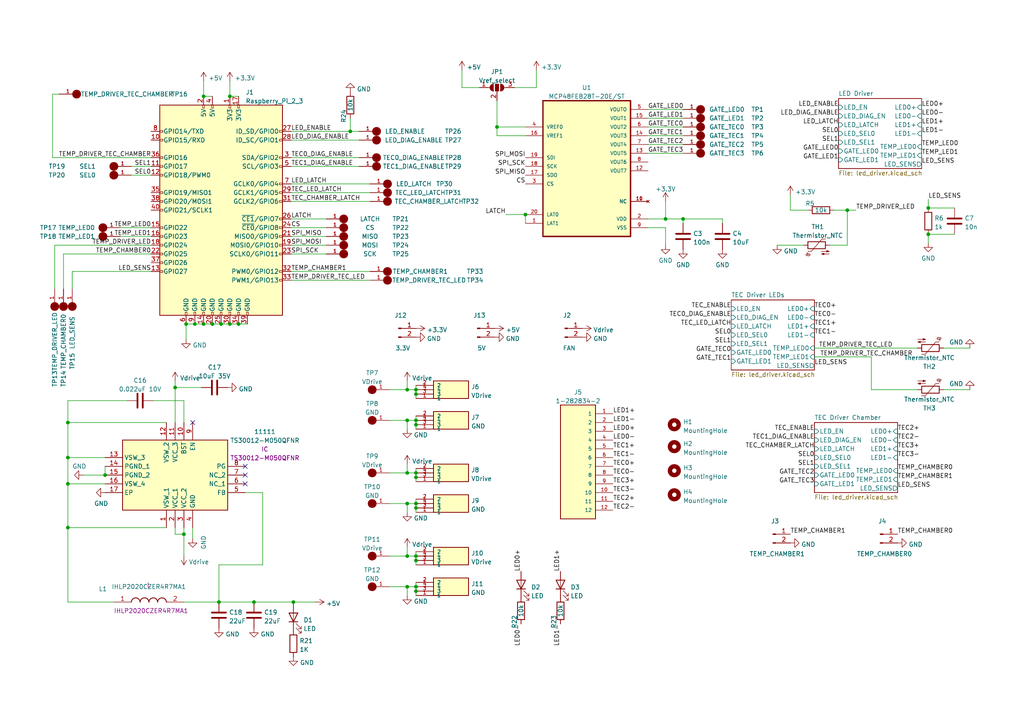
<source format=kicad_sch>
(kicad_sch (version 20211123) (generator eeschema)
  (paper "A4")
  (junction (at 120.65 146.05))
  (junction (at 73.66 174.625))
  (junction (at 245.745 60.96))
  (junction (at 59.055 27.94))
  (junction (at 59.055 93.98))
  (junction (at 120.65 114.3))
  (junction (at 118.11 137.16))
  (junction (at 85.09 174.625))
  (junction (at 118.11 113.03))
  (junction (at 120.65 137.16))
  (junction (at 198.12 63.5))
  (junction (at 56.515 93.98))
  (junction (at 120.65 113.03))
  (junction (at 118.11 161.29))
  (junction (at 101.6 38.1))
  (junction (at 120.65 162.56))
  (junction (at 61.595 93.98))
  (junction (at 120.65 123.19))
  (junction (at 69.215 93.98))
  (junction (at 118.11 121.92))
  (junction (at 152.4 62.23))
  (junction (at 144.145 36.83))
  (junction (at 19.685 122.555))
  (junction (at 19.685 132.715))
  (junction (at 53.34 154.94))
  (junction (at 30.48 137.795))
  (junction (at 66.675 27.94))
  (junction (at 19.685 153.035))
  (junction (at 53.975 93.98))
  (junction (at 269.24 67.945))
  (junction (at 50.8 112.395))
  (junction (at 120.65 121.92))
  (junction (at 193.04 63.5))
  (junction (at 64.135 93.98))
  (junction (at 19.685 140.335))
  (junction (at 66.675 93.98))
  (junction (at 269.24 60.325))
  (junction (at 120.65 161.29))
  (junction (at 120.65 171.45))
  (junction (at 118.11 146.05))
  (junction (at 120.65 170.18))
  (junction (at 120.65 147.32))
  (junction (at 118.11 170.18))
  (junction (at 63.5 174.625))
  (junction (at 120.65 138.43))
  (no_connect (at 71.12 137.795))
  (no_connect (at 55.88 122.555))
  (no_connect (at 71.12 140.335))
  (no_connect (at 71.12 135.255))
  (wire (pts (xy 118.11 113.03) (xy 120.65 113.03)))
  (wire (pts (xy 18.415 83.82) (xy 18.415 73.66)))
  (wire (pts (xy 66.675 93.98) (xy 69.215 93.98)))
  (wire (pts (xy 146.685 62.23) (xy 152.4 62.23)))
  (wire (pts (xy 50.8 112.395) (xy 50.8 122.555)))
  (wire (pts (xy 149.225 25.4) (xy 155.575 25.4)))
  (wire (pts (xy 120.65 171.45) (xy 120.65 172.72)))
  (wire (pts (xy 144.145 36.83) (xy 144.145 29.21)))
  (wire (pts (xy 64.135 93.98) (xy 66.675 93.98)))
  (wire (pts (xy 19.685 153.035) (xy 19.685 174.625)))
  (wire (pts (xy 101.6 34.29) (xy 101.6 38.1)))
  (wire (pts (xy 84.455 40.64) (xy 104.14 40.64)))
  (wire (pts (xy 44.45 116.205) (xy 53.34 116.205)))
  (wire (pts (xy 120.65 144.78) (xy 120.65 146.05)))
  (wire (pts (xy 15.24 27.305) (xy 17.145 27.305)))
  (wire (pts (xy 252.73 113.03) (xy 266.065 113.03)))
  (wire (pts (xy 120.65 138.43) (xy 120.65 139.7)))
  (wire (pts (xy 113.03 170.18) (xy 118.11 170.18)))
  (wire (pts (xy 76.2 163.83) (xy 76.2 142.875)))
  (wire (pts (xy 120.65 137.16) (xy 120.65 138.43)))
  (wire (pts (xy 236.22 100.965) (xy 266.065 100.965)))
  (wire (pts (xy 69.215 93.98) (xy 71.755 93.98)))
  (wire (pts (xy 53.34 153.035) (xy 53.34 154.94)))
  (wire (pts (xy 43.815 78.74) (xy 20.955 78.74)))
  (wire (pts (xy 19.685 140.335) (xy 30.48 140.335)))
  (wire (pts (xy 53.34 154.94) (xy 50.8 154.94)))
  (wire (pts (xy 73.66 174.625) (xy 85.09 174.625)))
  (wire (pts (xy 118.11 170.18) (xy 118.11 172.72)))
  (wire (pts (xy 59.055 27.94) (xy 61.595 27.94)))
  (wire (pts (xy 120.65 113.03) (xy 120.65 114.3)))
  (wire (pts (xy 269.24 57.785) (xy 269.24 60.325)))
  (wire (pts (xy 53.975 93.98) (xy 56.515 93.98)))
  (wire (pts (xy 152.4 39.37) (xy 144.145 39.37)))
  (wire (pts (xy 120.65 162.56) (xy 120.65 163.83)))
  (wire (pts (xy 50.8 110.49) (xy 50.8 112.395)))
  (wire (pts (xy 120.65 168.91) (xy 120.65 170.18)))
  (wire (pts (xy 20.955 78.74) (xy 20.955 83.82)))
  (wire (pts (xy 43.815 71.12) (xy 15.875 71.12)))
  (wire (pts (xy 120.65 146.05) (xy 118.11 146.05)))
  (wire (pts (xy 19.685 122.555) (xy 48.26 122.555)))
  (wire (pts (xy 139.065 25.4) (xy 133.985 25.4)))
  (wire (pts (xy 187.96 63.5) (xy 193.04 63.5)))
  (wire (pts (xy 193.04 63.5) (xy 193.04 58.42)))
  (wire (pts (xy 269.24 67.945) (xy 276.86 67.945)))
  (wire (pts (xy 85.09 174.625) (xy 91.44 174.625)))
  (wire (pts (xy 84.455 68.58) (xy 94.615 68.58)))
  (wire (pts (xy 53.975 98.425) (xy 53.975 93.98)))
  (wire (pts (xy 30.48 132.715) (xy 19.685 132.715)))
  (wire (pts (xy 84.455 55.88) (xy 107.315 55.88)))
  (wire (pts (xy 281.305 100.965) (xy 273.685 100.965)))
  (wire (pts (xy 84.455 58.42) (xy 107.315 58.42)))
  (wire (pts (xy 38.1 50.8) (xy 43.815 50.8)))
  (wire (pts (xy 187.96 41.91) (xy 198.12 41.91)))
  (wire (pts (xy 209.55 64.77) (xy 209.55 63.5)))
  (wire (pts (xy 50.8 154.94) (xy 50.8 153.035)))
  (wire (pts (xy 84.455 71.12) (xy 94.615 71.12)))
  (wire (pts (xy 120.65 161.29) (xy 120.65 162.56)))
  (wire (pts (xy 113.03 146.05) (xy 118.11 146.05)))
  (wire (pts (xy 19.685 140.335) (xy 19.685 153.035)))
  (wire (pts (xy 61.595 93.98) (xy 64.135 93.98)))
  (wire (pts (xy 120.65 120.65) (xy 120.65 121.92)))
  (wire (pts (xy 245.745 60.96) (xy 248.285 60.96)))
  (wire (pts (xy 187.96 31.75) (xy 198.12 31.75)))
  (wire (pts (xy 53.34 116.205) (xy 53.34 122.555)))
  (wire (pts (xy 133.985 25.4) (xy 133.985 20.32)))
  (wire (pts (xy 281.305 113.03) (xy 273.685 113.03)))
  (wire (pts (xy 225.425 71.12) (xy 233.045 71.12)))
  (wire (pts (xy 234.315 60.96) (xy 229.235 60.96)))
  (wire (pts (xy 252.73 103.505) (xy 236.22 103.505)))
  (wire (pts (xy 76.2 142.875) (xy 71.12 142.875)))
  (wire (pts (xy 187.96 34.29) (xy 198.12 34.29)))
  (wire (pts (xy 84.455 38.1) (xy 101.6 38.1)))
  (wire (pts (xy 84.455 81.28) (xy 107.315 81.28)))
  (wire (pts (xy 34.925 68.58) (xy 43.815 68.58)))
  (wire (pts (xy 66.675 23.495) (xy 66.675 27.94)))
  (wire (pts (xy 252.73 113.03) (xy 252.73 103.505)))
  (wire (pts (xy 120.65 111.76) (xy 120.65 113.03)))
  (wire (pts (xy 120.65 135.89) (xy 120.65 137.16)))
  (wire (pts (xy 113.03 121.92) (xy 118.11 121.92)))
  (wire (pts (xy 245.745 71.12) (xy 245.745 60.96)))
  (wire (pts (xy 50.8 112.395) (xy 58.42 112.395)))
  (wire (pts (xy 59.055 93.98) (xy 61.595 93.98)))
  (wire (pts (xy 187.96 44.45) (xy 198.12 44.45)))
  (wire (pts (xy 43.815 45.72) (xy 15.24 45.72)))
  (wire (pts (xy 59.055 23.495) (xy 59.055 27.94)))
  (wire (pts (xy 113.03 161.29) (xy 118.11 161.29)))
  (wire (pts (xy 36.83 116.205) (xy 19.685 116.205)))
  (wire (pts (xy 85.09 174.625) (xy 85.09 175.26)))
  (wire (pts (xy 120.65 146.05) (xy 120.65 147.32)))
  (wire (pts (xy 19.685 174.625) (xy 33.02 174.625)))
  (wire (pts (xy 198.12 63.5) (xy 209.55 63.5)))
  (wire (pts (xy 55.88 153.035) (xy 55.88 156.21)))
  (wire (pts (xy 30.48 135.255) (xy 30.48 137.795)))
  (wire (pts (xy 118.11 137.16) (xy 118.11 134.62)))
  (wire (pts (xy 241.935 60.96) (xy 245.745 60.96)))
  (wire (pts (xy 101.6 38.1) (xy 104.14 38.1)))
  (wire (pts (xy 120.65 121.92) (xy 118.11 121.92)))
  (wire (pts (xy 187.96 66.04) (xy 193.04 66.04)))
  (wire (pts (xy 155.575 25.4) (xy 155.575 20.32)))
  (wire (pts (xy 198.12 63.5) (xy 198.12 64.77)))
  (wire (pts (xy 38.1 48.26) (xy 43.815 48.26)))
  (wire (pts (xy 84.455 45.72) (xy 104.14 45.72)))
  (wire (pts (xy 118.11 161.29) (xy 118.11 158.75)))
  (wire (pts (xy 269.24 60.325) (xy 276.86 60.325)))
  (wire (pts (xy 15.24 45.72) (xy 15.24 27.305)))
  (wire (pts (xy 187.96 36.83) (xy 198.12 36.83)))
  (wire (pts (xy 63.5 174.625) (xy 63.5 163.83)))
  (wire (pts (xy 118.11 161.29) (xy 120.65 161.29)))
  (wire (pts (xy 120.65 147.32) (xy 120.65 148.59)))
  (wire (pts (xy 113.03 137.16) (xy 118.11 137.16)))
  (wire (pts (xy 120.65 170.18) (xy 120.65 171.45)))
  (wire (pts (xy 229.235 60.96) (xy 229.235 56.515)))
  (wire (pts (xy 34.925 66.04) (xy 43.815 66.04)))
  (wire (pts (xy 152.4 64.77) (xy 152.4 62.23)))
  (wire (pts (xy 19.685 153.035) (xy 48.26 153.035)))
  (wire (pts (xy 19.685 116.205) (xy 19.685 122.555)))
  (wire (pts (xy 53.34 154.94) (xy 53.34 161.29)))
  (wire (pts (xy 19.685 132.715) (xy 19.685 140.335)))
  (wire (pts (xy 56.515 93.98) (xy 59.055 93.98)))
  (wire (pts (xy 269.24 70.485) (xy 269.24 67.945)))
  (wire (pts (xy 120.65 121.92) (xy 120.65 123.19)))
  (wire (pts (xy 118.11 121.92) (xy 118.11 124.46)))
  (wire (pts (xy 118.11 146.05) (xy 118.11 148.59)))
  (wire (pts (xy 187.96 39.37) (xy 198.12 39.37)))
  (wire (pts (xy 118.11 137.16) (xy 120.65 137.16)))
  (wire (pts (xy 53.34 174.625) (xy 63.5 174.625)))
  (wire (pts (xy 118.11 113.03) (xy 118.11 110.49)))
  (wire (pts (xy 152.4 36.83) (xy 144.145 36.83)))
  (wire (pts (xy 84.455 66.04) (xy 94.615 66.04)))
  (wire (pts (xy 120.65 123.19) (xy 120.65 124.46)))
  (wire (pts (xy 84.455 63.5) (xy 94.615 63.5)))
  (wire (pts (xy 240.665 71.12) (xy 245.745 71.12)))
  (wire (pts (xy 84.455 78.74) (xy 107.315 78.74)))
  (wire (pts (xy 19.685 122.555) (xy 19.685 132.715)))
  (wire (pts (xy 84.455 53.34) (xy 107.315 53.34)))
  (wire (pts (xy 24.13 137.795) (xy 30.48 137.795)))
  (wire (pts (xy 84.455 48.26) (xy 104.14 48.26)))
  (wire (pts (xy 144.145 39.37) (xy 144.145 36.83)))
  (wire (pts (xy 15.875 71.12) (xy 15.875 83.82)))
  (wire (pts (xy 18.415 73.66) (xy 43.815 73.66)))
  (wire (pts (xy 84.455 73.66) (xy 94.615 73.66)))
  (wire (pts (xy 113.03 113.03) (xy 118.11 113.03)))
  (wire (pts (xy 63.5 174.625) (xy 73.66 174.625)))
  (wire (pts (xy 120.65 114.3) (xy 120.65 115.57)))
  (wire (pts (xy 63.5 163.83) (xy 76.2 163.83)))
  (wire (pts (xy 69.215 27.94) (xy 66.675 27.94)))
  (wire (pts (xy 193.04 66.04) (xy 193.04 71.12)))
  (wire (pts (xy 120.65 160.02) (xy 120.65 161.29)))
  (wire (pts (xy 120.65 170.18) (xy 118.11 170.18)))
  (wire (pts (xy 193.04 63.5) (xy 198.12 63.5)))
  (label "LED1-" (at 162.56 180.975 270))
  (label "GATE_TEC1" (at 187.96 39.37 0))
  (label "TEMP_DRIVER_TEC_LED" (at 237.49 100.965 0))
  (label "TEC_LED_LATCH" (at 212.09 94.615 180))
  (label "LED1-" (at 177.8 122.555 0))
  (label "TEC1_DIAG_ENABLE" (at 236.22 127.635 180))
  (label "LED0-" (at 177.8 127.635 0))
  (label "TEC0+" (at 177.8 135.255 0))
  (label "GATE_LED0" (at 243.205 43.815 180))
  (label "SEL1" (at 212.09 99.695 180))
  (label "LED0+" (at 267.335 31.115 0))
  (label "TEC0-" (at 236.22 92.075 0))
  (label "LED0-" (at 151.13 180.975 270))
  (label "GATE_TEC2" (at 236.22 137.795 180))
  (label "TEC_LED_LATCH" (at 84.455 55.88 0))
  (label "TEMP_CHAMBER1" (at 84.455 78.74 0))
  (label "TEMP_LED0" (at 43.815 66.04 180))
  (label "SEL0" (at 212.09 97.155 180))
  (label "LED1-" (at 267.335 38.735 0))
  (label "LED_LATCH" (at 84.455 53.34 0))
  (label "TEMP_CHAMBER0" (at 260.35 136.525 0))
  (label "SPI_MISO" (at 84.455 68.58 0))
  (label "TEMP_DRIVER_LED" (at 248.285 60.96 0))
  (label "SPI_MISO" (at 152.4 50.8 180))
  (label "TEC_CHAMBER_LATCH" (at 236.22 130.175 180))
  (label "TEMP_LED1" (at 43.815 68.58 180))
  (label "TEMP_DRIVER_TEC_CHAMBER" (at 43.815 45.72 180))
  (label "TEC2+" (at 177.8 145.415 0))
  (label "TEC0_DIAG_ENABLE" (at 84.455 45.72 0))
  (label "LED_SENS" (at 43.815 78.74 180))
  (label "LED_LATCH" (at 243.205 36.195 180))
  (label "LED1+" (at 267.335 36.195 0))
  (label "TEC3+" (at 260.35 130.175 0))
  (label "TEC2+" (at 260.35 125.095 0))
  (label "TEC1+" (at 177.8 130.175 0))
  (label "LED_DIAG_ENABLE" (at 243.205 33.655 180))
  (label "TEC1-" (at 236.22 97.155 0))
  (label "TEC_CHAMBER_LATCH" (at 84.455 58.42 0))
  (label "TEMP_LED0" (at 267.335 42.545 0))
  (label "TEMP_CHAMBER1" (at 260.35 139.065 0))
  (label "TEMP_DRIVER_LED" (at 43.815 71.12 180))
  (label "SPI_SCK" (at 84.455 73.66 0))
  (label "LED_SENS" (at 269.24 57.785 0))
  (label "TEC3+" (at 177.8 140.335 0))
  (label "TEMP_CHAMBER1" (at 229.235 154.94 0))
  (label "TEC2-" (at 177.8 147.955 0))
  (label "TEC0-" (at 177.8 137.795 0))
  (label "LED1+" (at 177.8 120.015 0))
  (label "SEL0" (at 43.815 50.8 180))
  (label "LED_SENS" (at 267.335 47.625 0))
  (label "LED0+" (at 177.8 125.095 0))
  (label "TEMP_DRIVER_TEC_CHAMBER" (at 237.871 103.505 0))
  (label "TEC1-" (at 177.8 132.715 0))
  (label "TEC3-" (at 177.8 142.875 0))
  (label "TEC1+" (at 236.22 94.615 0))
  (label "TEC_ENABLE" (at 236.22 125.095 180))
  (label "SPI_MOSI" (at 84.455 71.12 0))
  (label "LED_ENABLE" (at 84.455 38.1 0))
  (label "TEMP_LED1" (at 267.335 45.085 0))
  (label "TEC0_DIAG_ENABLE" (at 212.09 92.075 180))
  (label "CS" (at 84.455 66.04 0))
  (label "GATE_TEC0" (at 187.96 36.83 0))
  (label "LED_SENS" (at 236.22 106.045 0))
  (label "TEMP_CHAMBER0" (at 260.35 154.94 0))
  (label "TEC1_DIAG_ENABLE" (at 84.455 48.26 0))
  (label "GATE_TEC3" (at 187.96 44.45 0))
  (label "GATE_TEC2" (at 187.96 41.91 0))
  (label "SPI_SCK" (at 152.4 48.26 180))
  (label "GATE_TEC1" (at 212.09 104.775 180))
  (label "GATE_TEC3" (at 236.22 140.335 180))
  (label "SEL1" (at 43.815 48.26 180))
  (label "LATCH" (at 84.455 63.5 0))
  (label "LATCH" (at 146.685 62.23 180))
  (label "SEL1" (at 243.205 41.275 180))
  (label "TEC_ENABLE" (at 212.09 89.535 180))
  (label "LED_ENABLE" (at 243.205 31.115 180))
  (label "SEL1" (at 236.22 135.255 180))
  (label "SEL0" (at 236.22 132.715 180))
  (label "TEC0+" (at 236.22 89.535 0))
  (label "GATE_LED1" (at 187.96 34.29 0))
  (label "LED0+" (at 151.13 165.735 90))
  (label "GATE_LED1" (at 243.205 46.355 180))
  (label "LED0-" (at 267.335 33.655 0))
  (label "LED1+" (at 162.56 165.735 90))
  (label "GATE_TEC0" (at 212.09 102.235 180))
  (label "TEMP_DRIVER_TEC_LED" (at 84.455 81.28 0))
  (label "TEC3-" (at 260.35 132.715 0))
  (label "CS" (at 152.4 53.34 180))
  (label "LED_DIAG_ENABLE" (at 84.455 40.64 0))
  (label "TEMP_CHAMBER0" (at 43.815 73.66 180))
  (label "LED_SENS" (at 260.35 141.605 0))
  (label "GATE_LED0" (at 187.96 31.75 0))
  (label "TEC2-" (at 260.35 127.635 0))
  (label "SPI_MOSI" (at 152.4 45.72 180))
  (label "SEL0" (at 243.205 38.735 180))
  (symbol (lib_id "Device:C") (at 40.64 116.205 90) (unit 1)
    (property "Reference" "C16" (at 40.64 110.3462 90))
    (property "Value" "0.022uF 10V" (at 40.64 112.8831 90))
    (property "Footprint" "Capacitor_SMD:C_0603_1608Metric_Pad1.08x0.95mm_HandSolder" (effects hide))
  )
  (symbol (lib_id "power:GND") (at 260.35 157.48 90) (unit 1)
    (property "Reference" "#PWR0101" (effects hide))
    (property "Value" "GND" (at 263.525 157.9138 90) (effects (justify right)))
  )
  (symbol (lib_id "power:GND") (at 63.5 182.245 0) (unit 1)
    (property "Reference" "#PWR0167" (effects hide))
    (property "Value" "GND" (at 65.405 183.9488 0) (effects (justify left)))
  )
  (symbol (lib_id "power:GND") (at 193.04 71.12 0) (unit 1)
    (property "Reference" "#PWR0128" (effects hide))
    (property "Value" "GND" (at 193.04 75.5634 0))
  )
  (symbol (lib_id "Jumper:SolderJumper_3_Open") (at 144.145 25.4 0) (unit 1)
    (property "Reference" "JP1" (at 144.145 20.8112 0))
    (property "Value" "Vref_select" (at 144.145 23.3481 0))
    (property "Footprint" "Jumper:SolderJumper-3_P1.3mm_Open_RoundedPad1.0x1.5mm_NumberLabels" (effects hide))
  )
  (symbol (lib_id "Device:C") (at 198.12 68.58 0) (unit 1)
    (property "Reference" "C3" (at 201.041 67.7453 0) (effects (justify left)))
    (property "Value" "100n" (at 201.041 70.2822 0) (effects (justify left)))
    (property "Footprint" "Capacitor_SMD:C_0603_1608Metric_Pad1.08x0.95mm_HandSolder" (effects hide))
  )
  (symbol (lib_id "RCWCTE:RCWCTE") (at 99.695 66.04 0) (unit 1)
    (property "Reference" "TP22" (at 116.205 66.04 0))
    (property "Value" "CS" (at 107.315 66.04 0))
    (property "Footprint" "custom_lib:TP420X150" (effects hide))
    (property "PARTREV" "1/06/14" (effects hide))
    (property "SNAPEDA_PN" "RCWCTE" (effects hide))
    (property "MANUFACTURER" "KOA Speer" (effects hide))
    (property "MAXIMUM_PACKAGE_HEIGHT" "2 mm" (effects hide))
    (property "STANDARD" "Manufacturer Recommendations" (effects hide))
  )
  (symbol (lib_id "Mechanical:MountingHole") (at 195.58 129.54 0) (unit 1)
    (property "Reference" "H2" (at 198.12 128.7053 0) (effects (justify left)))
    (property "Value" "MountingHole" (at 198.12 131.2422 0) (effects (justify left)))
    (property "Footprint" "MountingHole:MountingHole_3.2mm_M3" (effects hide))
  )
  (symbol (lib_id "Mechanical:MountingHole") (at 195.58 136.525 0) (unit 1)
    (property "Reference" "H3" (at 198.12 135.6903 0) (effects (justify left)))
    (property "Value" "MountingHole" (at 198.12 138.2272 0) (effects (justify left)))
    (property "Footprint" "MountingHole:MountingHole_3.2mm_M3" (effects hide))
  )
  (symbol (lib_id "power:GND") (at 85.09 190.5 0) (unit 1)
    (property "Reference" "#PWR0127" (effects hide))
    (property "Value" "GND" (at 86.995 192.2038 0) (effects (justify left)))
  )
  (symbol (lib_id "RCWCTE:RCWCTE") (at 29.845 66.04 180) (unit 1)
    (property "Reference" "TP17" (at 13.97 66.04 0))
    (property "Value" "TEMP_LED0" (at 22.225 66.04 0))
    (property "Footprint" "custom_lib:TP420X150" (effects hide))
    (property "PARTREV" "1/06/14" (effects hide))
    (property "SNAPEDA_PN" "RCWCTE" (effects hide))
    (property "MANUFACTURER" "KOA Speer" (effects hide))
    (property "MAXIMUM_PACKAGE_HEIGHT" "2 mm" (effects hide))
    (property "STANDARD" "Manufacturer Recommendations" (effects hide))
  )
  (symbol (lib_id "power:GND") (at 143.51 97.79 90) (unit 1)
    (property "Reference" "#PWR0171" (effects hide))
    (property "Value" "GND" (at 146.685 98.2238 90) (effects (justify right)))
  )
  (symbol (lib_id "RCWCTE:RCWCTE") (at 107.95 161.29 180) (unit 1)
    (property "Reference" "TP11" (at 107.95 156.4472 0))
    (property "Value" "VDrive" (at 107.95 158.9841 0))
    (property "Footprint" "custom_lib:TP420X150" (effects hide))
    (property "PARTREV" "1/06/14" (effects hide))
    (property "SNAPEDA_PN" "RCWCTE" (effects hide))
    (property "MANUFACTURER" "KOA Speer" (effects hide))
    (property "MAXIMUM_PACKAGE_HEIGHT" "2 mm" (effects hide))
    (property "STANDARD" "Manufacturer Recommendations" (effects hide))
  )
  (symbol (lib_id "power:Vdrive") (at 118.11 158.75 0) (unit 1)
    (property "Reference" "#PWR0157" (effects hide))
    (property "Value" "Vdrive" (at 119.507 157.9138 0) (effects (justify left)))
  )
  (symbol (lib_id "Connector:Conn_01x02_Male") (at 224.155 154.94 0) (unit 1)
    (property "Reference" "J3" (at 224.79 151.164 0))
    (property "Value" "TEMP_CHAMBER1" (at 225.425 160.655 0))
    (property "Footprint" "Connector_PinSocket_2.54mm:PinSocket_2x01_P2.54mm_Vertical" (effects hide))
  )
  (symbol (lib_id "Device:C") (at 63.5 178.435 180) (unit 1)
    (property "Reference" "C18" (at 66.421 177.6003 0) (effects (justify right)))
    (property "Value" "22uF" (at 66.421 180.1372 0) (effects (justify right)))
    (property "Footprint" "Capacitor_SMD:C_0805_2012Metric_Pad1.18x1.45mm_HandSolder" (effects hide))
  )
  (symbol (lib_id "power:GND") (at 281.305 113.03 180) (unit 1)
    (property "Reference" "#PWR0159" (effects hide))
    (property "Value" "GND" (at 279.4 111.3262 0) (effects (justify left)))
  )
  (symbol (lib_id "1-282834-2:1-282834-2") (at 170.18 135.255 0) (unit 1)
    (property "Reference" "J5" (at 167.64 113.7752 0))
    (property "Value" "1-282834-2" (at 167.64 116.3121 0))
    (property "Footprint" "custom_lib:TE_1-282834-2" (effects hide))
    (property "Comment" "1-282834-2" (effects hide))
    (property "EU_RoHS_Compliance" "Compliant with Exemptions" (effects hide))
  )
  (symbol (lib_id "power:+5V") (at 143.51 95.25 270) (unit 1)
    (property "Reference" "#PWR0172" (effects hide))
    (property "Value" "+5V" (at 146.685 95.6838 90) (effects (justify left)))
  )
  (symbol (lib_id "power:GND") (at 118.11 172.72 0) (unit 1)
    (property "Reference" "#PWR0156" (effects hide))
    (property "Value" "GND" (at 120.015 174.4238 0) (effects (justify left)))
  )
  (symbol (lib_id "RCWCTE:RCWCTE") (at 107.95 113.03 180) (unit 1)
    (property "Reference" "TP7" (at 107.95 108.1872 0))
    (property "Value" "VDrive" (at 107.95 110.7241 0))
    (property "Footprint" "custom_lib:TP420X150" (effects hide))
    (property "PARTREV" "1/06/14" (effects hide))
    (property "SNAPEDA_PN" "RCWCTE" (effects hide))
    (property "MANUFACTURER" "KOA Speer" (effects hide))
    (property "MAXIMUM_PACKAGE_HEIGHT" "2 mm" (effects hide))
    (property "STANDARD" "Manufacturer Recommendations" (effects hide))
  )
  (symbol (lib_id "power:GND") (at 73.66 182.245 0) (unit 1)
    (property "Reference" "#PWR0166" (effects hide))
    (property "Value" "GND" (at 75.565 183.9488 0) (effects (justify left)))
  )
  (symbol (lib_id "power:+3.3V") (at 66.675 23.495 0) (unit 1)
    (property "Reference" "#PWR0120" (effects hide))
    (property "Value" "+3.3V" (at 68.072 22.6588 0) (effects (justify left)))
  )
  (symbol (lib_id "uven-mainboard-rescue:R-Device") (at 151.13 177.165 0) (unit 1)
    (property "Reference" "R22" (at 149.225 180.34 90))
    (property "Value" "10k" (at 151.13 177.165 90))
    (property "Footprint" "Resistor_SMD:R_0603_1608Metric_Pad0.98x0.95mm_HandSolder" (effects hide))
  )
  (symbol (lib_id "RCWCTE:RCWCTE") (at 29.845 68.58 180) (unit 1)
    (property "Reference" "TP18" (at 13.97 68.58 0))
    (property "Value" "TEMP_LED1" (at 22.225 68.58 0))
    (property "Footprint" "custom_lib:TP420X150" (effects hide))
    (property "PARTREV" "1/06/14" (effects hide))
    (property "SNAPEDA_PN" "RCWCTE" (effects hide))
    (property "MANUFACTURER" "KOA Speer" (effects hide))
    (property "MAXIMUM_PACKAGE_HEIGHT" "2 mm" (effects hide))
    (property "STANDARD" "Manufacturer Recommendations" (effects hide))
  )
  (symbol (lib_id "power:GND") (at 229.235 157.48 90) (unit 1)
    (property "Reference" "#PWR0102" (effects hide))
    (property "Value" "GND" (at 232.41 157.9138 90) (effects (justify right)))
  )
  (symbol (lib_id "power:Vdrive") (at 53.34 161.29 180) (unit 1)
    (property "Reference" "#PWR0168" (effects hide))
    (property "Value" "Vdrive" (at 54.737 162.9938 0) (effects (justify right)))
  )
  (symbol (lib_id "RCWCTE:RCWCTE") (at 99.695 71.12 0) (unit 1)
    (property "Reference" "TP24" (at 116.205 71.12 0))
    (property "Value" "MOSI" (at 107.315 71.12 0))
    (property "Footprint" "custom_lib:TP420X150" (effects hide))
    (property "PARTREV" "1/06/14" (effects hide))
    (property "SNAPEDA_PN" "RCWCTE" (effects hide))
    (property "MANUFACTURER" "KOA Speer" (effects hide))
    (property "MAXIMUM_PACKAGE_HEIGHT" "2 mm" (effects hide))
    (property "STANDARD" "Manufacturer Recommendations" (effects hide))
  )
  (symbol (lib_id "RCWCTE:RCWCTE") (at 109.22 45.72 0) (unit 1)
    (property "Reference" "TP28" (at 131.445 45.72 0))
    (property "Value" "TEC0_DIAG_ENABLE" (at 120.015 45.72 0))
    (property "Footprint" "custom_lib:TP420X150" (effects hide))
    (property "PARTREV" "1/06/14" (effects hide))
    (property "SNAPEDA_PN" "RCWCTE" (effects hide))
    (property "MANUFACTURER" "KOA Speer" (effects hide))
    (property "MAXIMUM_PACKAGE_HEIGHT" "2 mm" (effects hide))
    (property "STANDARD" "Manufacturer Recommendations" (effects hide))
  )
  (symbol (lib_id "Device:C") (at 73.66 178.435 180) (unit 1)
    (property "Reference" "C19" (at 76.581 177.6003 0) (effects (justify right)))
    (property "Value" "22uF" (at 76.581 180.1372 0) (effects (justify right)))
    (property "Footprint" "Capacitor_SMD:C_0805_2012Metric_Pad1.18x1.45mm_HandSolder" (effects hide))
  )
  (symbol (lib_id "power:Vdrive") (at 50.8 110.49 0) (unit 1)
    (property "Reference" "#PWR0162" (effects hide))
    (property "Value" "Vdrive" (at 52.197 109.6538 0) (effects (justify left)))
  )
  (symbol (lib_id "Connector:Raspberry_Pi_2_3") (at 64.135 60.96 0) (unit 1)
    (property "Reference" "J1" (at 71.2344 26.7802 0) (effects (justify left)))
    (property "Value" "Raspberry_Pi_2_3" (at 71.2344 29.3171 0) (effects (justify left)))
    (property "Footprint" "Connector_PinSocket_2.54mm:PinSocket_2x20_P2.54mm_Vertical" (effects hide))
    (property "Datasheet" "https://www.raspberrypi.org/documentation/hardware/raspberrypi/schematics/rpi_SCH_3bplus_1p0_reduced.pdf" (effects hide))
  )
  (symbol (lib_name "7767_3") (lib_id "7767:7767") (at 130.81 113.03 0) (unit 1)
    (property "Reference" "J6" (at 136.652 112.1953 0) (effects (justify left)))
    (property "Value" "VDrive" (at 136.652 114.7322 0) (effects (justify left)))
    (property "Footprint" "custom_lib:KEYSTONE_7767" (effects hide))
    (property "PARTREV" "B" (effects hide))
    (property "STANDARD" "Manufacturer Recommendations" (effects hide))
    (property "MAXIMUM_PACKAGE_HEIGHT" "6.56 mm" (effects hide))
    (property "MANUFACTURER" "Keystone Electronics" (effects hide))
  )
  (symbol (lib_id "uven-mainboard-rescue:R-Device") (at 101.6 30.48 0) (unit 1)
    (property "Reference" "R24" (at 99.695 33.655 90))
    (property "Value" "10k" (at 101.6 30.48 90))
    (property "Footprint" "Resistor_SMD:R_0603_1608Metric_Pad0.98x0.95mm_HandSolder" (effects hide))
  )
  (symbol (lib_id "power:GND") (at 101.6 26.67 180) (unit 1)
    (property "Reference" "#PWR0175" (effects hide))
    (property "Value" "GND" (at 103.505 25.8338 0) (effects (justify right)))
  )
  (symbol (lib_id "RCWCTE:RCWCTE") (at 203.2 41.91 0) (unit 1)
    (property "Reference" "TP5" (at 219.71 41.91 0))
    (property "Value" "GATE_TEC2" (at 210.82 41.91 0))
    (property "Footprint" "custom_lib:TP420X150" (effects hide))
    (property "PARTREV" "1/06/14" (effects hide))
    (property "SNAPEDA_PN" "RCWCTE" (effects hide))
    (property "MANUFACTURER" "KOA Speer" (effects hide))
    (property "MAXIMUM_PACKAGE_HEIGHT" "2 mm" (effects hide))
    (property "STANDARD" "Manufacturer Recommendations" (effects hide))
  )
  (symbol (lib_id "RCWCTE:RCWCTE") (at 99.695 68.58 0) (unit 1)
    (property "Reference" "TP23" (at 116.205 68.58 0))
    (property "Value" "MISO" (at 107.315 68.58 0))
    (property "Footprint" "custom_lib:TP420X150" (effects hide))
    (property "PARTREV" "1/06/14" (effects hide))
    (property "SNAPEDA_PN" "RCWCTE" (effects hide))
    (property "MANUFACTURER" "KOA Speer" (effects hide))
    (property "MAXIMUM_PACKAGE_HEIGHT" "2 mm" (effects hide))
    (property "STANDARD" "Manufacturer Recommendations" (effects hide))
  )
  (symbol (lib_id "7767:7767") (at 130.81 170.18 0) (unit 1)
    (property "Reference" "J11" (at 136.652 169.3453 0) (effects (justify left)))
    (property "Value" "GND" (at 136.652 171.8822 0) (effects (justify left)))
    (property "Footprint" "custom_lib:KEYSTONE_7767" (effects hide))
    (property "PARTREV" "B" (effects hide))
    (property "STANDARD" "Manufacturer Recommendations" (effects hide))
    (property "MAXIMUM_PACKAGE_HEIGHT" "6.56 mm" (effects hide))
    (property "MANUFACTURER" "Keystone Electronics" (effects hide))
  )
  (symbol (lib_id "power:+3.3V") (at 155.575 20.32 0) (unit 1)
    (property "Reference" "#PWR0123" (effects hide))
    (property "Value" "+3.3V" (at 156.972 19.4838 0) (effects (justify left)))
  )
  (symbol (lib_id "RCWCTE:RCWCTE") (at 18.415 88.9 270) (unit 1)
    (property "Reference" "TP14" (at 18.415 109.855 0))
    (property "Value" "TEMP_CHAMBER0" (at 18.415 99.06 0))
    (property "Footprint" "custom_lib:TP420X150" (effects hide))
    (property "PARTREV" "1/06/14" (effects hide))
    (property "SNAPEDA_PN" "RCWCTE" (effects hide))
    (property "MANUFACTURER" "KOA Speer" (effects hide))
    (property "MAXIMUM_PACKAGE_HEIGHT" "2 mm" (effects hide))
    (property "STANDARD" "Manufacturer Recommendations" (effects hide))
  )
  (symbol (lib_id "RCWCTE:RCWCTE") (at 109.22 38.1 0) (unit 1)
    (property "Reference" "TP26" (at 131.445 38.1 0))
    (property "Value" "LED_ENABLE" (at 117.475 38.1 0))
    (property "Footprint" "custom_lib:TP420X150" (effects hide))
    (property "PARTREV" "1/06/14" (effects hide))
    (property "SNAPEDA_PN" "RCWCTE" (effects hide))
    (property "MANUFACTURER" "KOA Speer" (effects hide))
    (property "MAXIMUM_PACKAGE_HEIGHT" "2 mm" (effects hide))
    (property "STANDARD" "Manufacturer Recommendations" (effects hide))
  )
  (symbol (lib_id "IHLP2020CZER4R7MA1:IHLP2020CZER4R7MA1") (at 33.02 174.625 0) (unit 1)
    (property "Reference" "L1" (at 29.845 170.815 0))
    (property "Value" "IHLP2020CZER4R7MA1" (at 43.18 170.18 0))
    (property "Footprint" "custom_lib:INDPM5552X300N" (effects hide))
    (property "Reference_1" "L" (at 43.18 169.7062 0))
    (property "Value_1" "IHLP2020CZER4R7MA1" (at 43.815 177.165 0))
    (property "Footprint_1" "INDPM5552X300N" (effects hide))
    (property "Datasheet_1" "https://www.vishay.com/docs/34563/ihlp-2020cz-8a.pdf" (effects hide))
    (property "Height" "3" (effects hide))
    (property "Mouser Part Number" "70-IHLP2020CZR4R7MA1" (effects hide))
    (property "Mouser Price/Stock" "https://www.mouser.co.uk/ProductDetail/Vishay-Dale/IHLP2020CZER4R7MA1?qs=7WPTxGwLQvX70xDwXm7aBw%3D%3D" (effects hide))
    (property "Manufacturer_Name" "Vishay" (effects hide))
    (property "Manufacturer_Part_Number" "IHLP2020CZER4R7MA1" (effects hide))
  )
  (symbol (lib_id "RCWCTE:RCWCTE") (at 112.395 53.34 0) (unit 1)
    (property "Reference" "TP30" (at 128.905 53.34 0))
    (property "Value" "LED_LATCH" (at 120.015 53.34 0))
    (property "Footprint" "custom_lib:TP420X150" (effects hide))
    (property "PARTREV" "1/06/14" (effects hide))
    (property "SNAPEDA_PN" "RCWCTE" (effects hide))
    (property "MANUFACTURER" "KOA Speer" (effects hide))
    (property "MAXIMUM_PACKAGE_HEIGHT" "2 mm" (effects hide))
    (property "STANDARD" "Manufacturer Recommendations" (effects hide))
  )
  (symbol (lib_id "Mechanical:MountingHole") (at 195.58 123.19 0) (unit 1)
    (property "Reference" "H1" (at 198.12 122.3553 0) (effects (justify left)))
    (property "Value" "MountingHole" (at 198.12 124.8922 0) (effects (justify left)))
    (property "Footprint" "MountingHole:MountingHole_3.2mm_M3" (effects hide))
  )
  (symbol (lib_id "power:GND") (at 198.12 72.39 0) (unit 1)
    (property "Reference" "#PWR0129" (effects hide))
    (property "Value" "GND" (at 198.12 76.8334 0))
  )
  (symbol (lib_id "power:GND") (at 55.88 156.21 0) (unit 1)
    (property "Reference" "#PWR0169" (effects hide))
    (property "Value" "GND" (at 59.055 159.385 90) (effects (justify left)))
  )
  (symbol (lib_id "power:GND") (at 120.65 97.79 90) (unit 1)
    (property "Reference" "#PWR0173" (effects hide))
    (property "Value" "GND" (at 123.825 98.2238 90) (effects (justify right)))
  )
  (symbol (lib_id "RCWCTE:RCWCTE") (at 203.2 34.29 0) (unit 1)
    (property "Reference" "TP2" (at 219.71 34.29 0))
    (property "Value" "GATE_LED1" (at 210.82 34.29 0))
    (property "Footprint" "custom_lib:TP420X150" (effects hide))
    (property "PARTREV" "1/06/14" (effects hide))
    (property "SNAPEDA_PN" "RCWCTE" (effects hide))
    (property "MANUFACTURER" "KOA Speer" (effects hide))
    (property "MAXIMUM_PACKAGE_HEIGHT" "2 mm" (effects hide))
    (property "STANDARD" "Manufacturer Recommendations" (effects hide))
  )
  (symbol (lib_id "Device:LED") (at 85.09 179.07 90) (unit 1)
    (property "Reference" "D1" (at 88.011 179.8228 90) (effects (justify right)))
    (property "Value" "LED" (at 88.011 182.3597 90) (effects (justify right)))
    (property "Footprint" "LED_SMD:LED_0603_1608Metric_Pad1.05x0.95mm_HandSolder" (effects hide))
  )
  (symbol (lib_id "RCWCTE:RCWCTE") (at 112.395 78.74 0) (unit 1)
    (property "Reference" "TP33" (at 137.795 78.74 0))
    (property "Value" "TEMP_CHAMBER1" (at 121.92 78.74 0))
    (property "Footprint" "custom_lib:TP420X150" (effects hide))
    (property "PARTREV" "1/06/14" (effects hide))
    (property "SNAPEDA_PN" "RCWCTE" (effects hide))
    (property "MANUFACTURER" "KOA Speer" (effects hide))
    (property "MAXIMUM_PACKAGE_HEIGHT" "2 mm" (effects hide))
    (property "STANDARD" "Manufacturer Recommendations" (effects hide))
  )
  (symbol (lib_id "RCWCTE:RCWCTE") (at 109.22 40.64 0) (unit 1)
    (property "Reference" "TP27" (at 131.445 40.64 0))
    (property "Value" "LED_DIAG_ENABLE" (at 120.015 40.64 0))
    (property "Footprint" "custom_lib:TP420X150" (effects hide))
    (property "PARTREV" "1/06/14" (effects hide))
    (property "SNAPEDA_PN" "RCWCTE" (effects hide))
    (property "MANUFACTURER" "KOA Speer" (effects hide))
    (property "MAXIMUM_PACKAGE_HEIGHT" "2 mm" (effects hide))
    (property "STANDARD" "Manufacturer Recommendations" (effects hide))
  )
  (symbol (lib_id "power:GND") (at 118.11 124.46 0) (unit 1)
    (property "Reference" "#PWR0155" (effects hide))
    (property "Value" "GND" (at 120.015 126.1638 0) (effects (justify left)))
  )
  (symbol (lib_id "RCWCTE:RCWCTE") (at 15.875 88.9 270) (unit 1)
    (property "Reference" "TP13" (at 15.875 109.855 0))
    (property "Value" "TEMP_DRIVER_LED" (at 15.875 99.06 0))
    (property "Footprint" "custom_lib:TP420X150" (effects hide))
    (property "PARTREV" "1/06/14" (effects hide))
    (property "SNAPEDA_PN" "RCWCTE" (effects hide))
    (property "MANUFACTURER" "KOA Speer" (effects hide))
    (property "MAXIMUM_PACKAGE_HEIGHT" "2 mm" (effects hide))
    (property "STANDARD" "Manufacturer Recommendations" (effects hide))
  )
  (symbol (lib_id "RCWCTE:RCWCTE") (at 203.2 31.75 0) (unit 1)
    (property "Reference" "TP1" (at 219.71 31.75 0))
    (property "Value" "GATE_LED0" (at 210.82 31.75 0))
    (property "Footprint" "custom_lib:TP420X150" (effects hide))
    (property "PARTREV" "1/06/14" (effects hide))
    (property "SNAPEDA_PN" "RCWCTE" (effects hide))
    (property "MANUFACTURER" "KOA Speer" (effects hide))
    (property "MAXIMUM_PACKAGE_HEIGHT" "2 mm" (effects hide))
    (property "STANDARD" "Manufacturer Recommendations" (effects hide))
  )
  (symbol (lib_id "RCWCTE:RCWCTE") (at 107.95 146.05 180) (unit 1)
    (property "Reference" "TP10" (at 107.95 141.2072 0))
    (property "Value" "GND" (at 107.95 143.7441 0))
    (property "Footprint" "custom_lib:TP420X150" (effects hide))
    (property "PARTREV" "1/06/14" (effects hide))
    (property "SNAPEDA_PN" "RCWCTE" (effects hide))
    (property "MANUFACTURER" "KOA Speer" (effects hide))
    (property "MAXIMUM_PACKAGE_HEIGHT" "2 mm" (effects hide))
    (property "STANDARD" "Manufacturer Recommendations" (effects hide))
  )
  (symbol (lib_id "7767:7767") (at 130.81 146.05 0) (unit 1)
    (property "Reference" "J9" (at 136.652 145.2153 0) (effects (justify left)))
    (property "Value" "GND" (at 136.652 147.7522 0) (effects (justify left)))
    (property "Footprint" "custom_lib:KEYSTONE_7767" (effects hide))
    (property "PARTREV" "B" (effects hide))
    (property "STANDARD" "Manufacturer Recommendations" (effects hide))
    (property "MAXIMUM_PACKAGE_HEIGHT" "6.56 mm" (effects hide))
    (property "MANUFACTURER" "Keystone Electronics" (effects hide))
  )
  (symbol (lib_id "power:GND") (at 209.55 72.39 0) (unit 1)
    (property "Reference" "#PWR0130" (effects hide))
    (property "Value" "GND" (at 209.55 76.8334 0))
  )
  (symbol (lib_id "MCP48FEB28T-20E_ST:MCP48FEB28T-20E{slash}ST") (at 171.45 48.26 0) (unit 1)
    (property "Reference" "U1" (at 170.18 25.4322 0))
    (property "Value" "MCP48FEB28T-20E/ST" (at 170.18 27.9691 0))
    (property "Footprint" "custom_lib:SOP65P640X120-20N" (effects hide))
    (property "Manufacturer" "Microchip Technology" (effects hide))
    (property "Package" "SOP65P640X120-20N" (effects hide))
  )
  (symbol (lib_id "Device:Thermistor_NTC") (at 269.875 100.965 270) (unit 1)
    (property "Reference" "TH2" (at 269.5575 106.3158 90))
    (property "Value" "Thermistor_NTC" (at 269.5575 103.7789 90))
    (property "Footprint" "Resistor_SMD:R_0805_2012Metric_Pad1.20x1.40mm_HandSolder" (effects hide))
  )
  (symbol (lib_id "Connector:Conn_01x02_Male") (at 255.27 154.94 0) (unit 1)
    (property "Reference" "J4" (at 255.905 151.164 0))
    (property "Value" "TEMP_CHAMBER0" (at 256.54 160.655 0))
    (property "Footprint" "Connector_PinSocket_2.54mm:PinSocket_2x01_P2.54mm_Vertical" (effects hide))
  )
  (symbol (lib_id "Device:R") (at 269.24 64.135 0) (unit 1)
    (property "Reference" "R6" (at 271.018 63.3003 0) (effects (justify left)))
    (property "Value" "1k" (at 271.018 65.8372 0) (effects (justify left)))
    (property "Footprint" "Resistor_SMD:R_0603_1608Metric_Pad0.98x0.95mm_HandSolder" (effects hide))
  )
  (symbol (lib_id "RCWCTE:RCWCTE") (at 203.2 39.37 0) (unit 1)
    (property "Reference" "TP4" (at 219.71 39.37 0))
    (property "Value" "GATE_TEC1" (at 210.82 39.37 0))
    (property "Footprint" "custom_lib:TP420X150" (effects hide))
    (property "PARTREV" "1/06/14" (effects hide))
    (property "SNAPEDA_PN" "RCWCTE" (effects hide))
    (property "MANUFACTURER" "KOA Speer" (effects hide))
    (property "MAXIMUM_PACKAGE_HEIGHT" "2 mm" (effects hide))
    (property "STANDARD" "Manufacturer Recommendations" (effects hide))
  )
  (symbol (lib_id "Device:C") (at 276.86 64.135 0) (unit 1)
    (property "Reference" "C7" (at 279.781 63.3003 0) (effects (justify left)))
    (property "Value" "10n" (at 279.781 65.8372 0) (effects (justify left)))
    (property "Footprint" "Capacitor_SMD:C_0603_1608Metric_Pad1.08x0.95mm_HandSolder" (effects hide))
  )
  (symbol (lib_id "RCWCTE:RCWCTE") (at 107.95 170.18 180) (unit 1)
    (property "Reference" "TP12" (at 107.95 165.3372 0))
    (property "Value" "GND" (at 107.95 167.8741 0))
    (property "Footprint" "custom_lib:TP420X150" (effects hide))
    (property "PARTREV" "1/06/14" (effects hide))
    (property "SNAPEDA_PN" "RCWCTE" (effects hide))
    (property "MANUFACTURER" "KOA Speer" (effects hide))
    (property "MAXIMUM_PACKAGE_HEIGHT" "2 mm" (effects hide))
    (property "STANDARD" "Manufacturer Recommendations" (effects hide))
  )
  (symbol (lib_id "TS30012-M050QFNR:TS30012-M050QFNR") (at 48.26 153.035 90) (unit 1)
    (property "Reference" "11111" (at 76.8297 125.224 90))
    (property "Value" "TS30012-M050QFNR" (at 76.8297 127.7609 90))
    (property "Footprint" "custom_lib:QFN50P300X300X100-17N-D" (effects hide))
    (property "Reference_1" "IC" (at 76.8297 130.2978 90))
    (property "Value_1" "TS30012-M050QFNR" (at 76.8297 132.8347 90))
    (property "Footprint_1" "QFN50P300X300X100-17N-D" (effects hide))
    (property "Datasheet_1" "https://datasheet.datasheetarchive.com/originals/distributors/DKDS-37/728814.pdf" (effects hide))
    (property "Height" "1" (effects hide))
    (property "Mouser Part Number" "947-TS30012-M050QFNR" (effects hide))
    (property "Mouser Price/Stock" "https://www.mouser.co.uk/ProductDetail/Semtech/TS30012-M050QFNR?qs=EumP11lMQtNuaw%252Bpmi6RbA%3D%3D" (effects hide))
    (property "Manufacturer_Name" "SEMTECH" (effects hide))
    (property "Manufacturer_Part_Number" "TS30012-M050QFNR" (effects hide))
  )
  (symbol (lib_id "Device:Thermistor_NTC") (at 269.875 113.03 270) (unit 1)
    (property "Reference" "TH3" (at 269.5575 118.3808 90))
    (property "Value" "Thermistor_NTC" (at 269.5575 115.8439 90))
    (property "Footprint" "Resistor_SMD:R_0805_2012Metric_Pad1.20x1.40mm_HandSolder" (effects hide))
  )
  (symbol (lib_id "Device:LED") (at 162.56 169.545 90) (unit 1)
    (property "Reference" "D3" (at 165.481 170.2978 90) (effects (justify right)))
    (property "Value" "LED" (at 165.481 172.8347 90) (effects (justify right)))
    (property "Footprint" "LED_SMD:LED_0603_1608Metric_Pad1.05x0.95mm_HandSolder" (effects hide))
  )
  (symbol (lib_id "power:GND") (at 281.305 100.965 180) (unit 1)
    (property "Reference" "#PWR0160" (effects hide))
    (property "Value" "GND" (at 279.4 99.2612 0) (effects (justify left)))
  )
  (symbol (lib_id "power:+3.3V") (at 193.04 58.42 0) (unit 1)
    (property "Reference" "#PWR0125" (effects hide))
    (property "Value" "+3.3V" (at 193.04 54.8442 0))
  )
  (symbol (lib_id "Device:C") (at 209.55 68.58 0) (unit 1)
    (property "Reference" "C4" (at 212.471 67.7453 0) (effects (justify left)))
    (property "Value" "10uF" (at 212.471 70.2822 0) (effects (justify left)))
    (property "Footprint" "Capacitor_SMD:C_0603_1608Metric_Pad1.08x0.95mm_HandSolder" (effects hide))
  )
  (symbol (lib_id "RCWCTE:RCWCTE") (at 112.395 58.42 0) (unit 1)
    (property "Reference" "TP32" (at 136.525 58.42 0))
    (property "Value" "TEC_CHAMBER_LATCH" (at 124.46 58.42 0))
    (property "Footprint" "custom_lib:TP420X150" (effects hide))
    (property "PARTREV" "1/06/14" (effects hide))
    (property "SNAPEDA_PN" "RCWCTE" (effects hide))
    (property "MANUFACTURER" "KOA Speer" (effects hide))
    (property "MAXIMUM_PACKAGE_HEIGHT" "2 mm" (effects hide))
    (property "STANDARD" "Manufacturer Recommendations" (effects hide))
  )
  (symbol (lib_id "power:GND") (at 269.24 70.485 0) (unit 1)
    (property "Reference" "#PWR0107" (effects hide))
    (property "Value" "GND" (at 269.24 74.9284 0))
  )
  (symbol (lib_id "RCWCTE:RCWCTE") (at 22.225 27.305 0) (unit 1)
    (property "Reference" "TP16" (at 52.07 27.305 0))
    (property "Value" "TEMP_DRIVER_TEC_CHAMBER" (at 36.83 27.305 0))
    (property "Footprint" "custom_lib:TP420X150" (effects hide))
    (property "PARTREV" "1/06/14" (effects hide))
    (property "SNAPEDA_PN" "RCWCTE" (effects hide))
    (property "MANUFACTURER" "KOA Speer" (effects hide))
    (property "MAXIMUM_PACKAGE_HEIGHT" "2 mm" (effects hide))
    (property "STANDARD" "Manufacturer Recommendations" (effects hide))
  )
  (symbol (lib_id "uven-mainboard-rescue:R-Device") (at 238.125 60.96 270) (unit 1)
    (property "Reference" "R5" (at 234.95 59.055 90))
    (property "Value" "10k" (at 238.125 60.96 90))
    (property "Footprint" "Resistor_SMD:R_0603_1608Metric_Pad0.98x0.95mm_HandSolder" (effects hide))
  )
  (symbol (lib_id "power:GND") (at 225.425 71.12 0) (unit 1)
    (property "Reference" "#PWR0126" (effects hide))
    (property "Value" "GND" (at 227.33 72.8238 0) (effects (justify left)))
  )
  (symbol (lib_id "power:+3.3V") (at 229.235 56.515 0) (unit 1)
    (property "Reference" "#PWR0170" (effects hide))
    (property "Value" "+3.3V" (at 230.632 55.6788 0) (effects (justify left)))
  )
  (symbol (lib_id "Device:C") (at 62.23 112.395 90) (unit 1)
    (property "Reference" "C17" (at 62.23 106.5362 90))
    (property "Value" "10uF 35V" (at 62.23 109.0731 90))
    (property "Footprint" "Capacitor_SMD:C_1206_3216Metric_Pad1.33x1.80mm_HandSolder" (effects hide))
  )
  (symbol (lib_id "power:GND") (at 118.11 148.59 0) (unit 1)
    (property "Reference" "#PWR0158" (effects hide))
    (property "Value" "GND" (at 120.015 150.2938 0) (effects (justify left)))
  )
  (symbol (lib_id "Device:Thermistor_NTC") (at 236.855 71.12 90) (unit 1)
    (property "Reference" "TH1" (at 237.1725 65.7692 90))
    (property "Value" "Thermistor_NTC" (at 237.1725 68.3061 90))
    (property "Footprint" "Resistor_SMD:R_0805_2012Metric_Pad1.20x1.40mm_HandSolder" (effects hide))
  )
  (symbol (lib_id "Mechanical:MountingHole") (at 195.58 143.51 0) (unit 1)
    (property "Reference" "H4" (at 198.12 142.6753 0) (effects (justify left)))
    (property "Value" "MountingHole" (at 198.12 145.2122 0) (effects (justify left)))
    (property "Footprint" "MountingHole:MountingHole_3.2mm_M3" (effects hide))
  )
  (symbol (lib_id "RCWCTE:RCWCTE") (at 20.955 88.9 270) (unit 1)
    (property "Reference" "TP15" (at 20.955 104.775 0))
    (property "Value" "LED_SENS" (at 20.955 96.52 0))
    (property "Footprint" "custom_lib:TP420X150" (effects hide))
    (property "PARTREV" "1/06/14" (effects hide))
    (property "SNAPEDA_PN" "RCWCTE" (effects hide))
    (property "MANUFACTURER" "KOA Speer" (effects hide))
    (property "MAXIMUM_PACKAGE_HEIGHT" "2 mm" (effects hide))
    (property "STANDARD" "Manufacturer Recommendations" (effects hide))
  )
  (symbol (lib_id "power:Vdrive") (at 168.91 95.25 270) (unit 1)
    (property "Reference" "#PWR0103" (effects hide))
    (property "Value" "Vdrive" (at 172.085 95.6838 90) (effects (justify left)))
  )
  (symbol (lib_name "7767_3") (lib_id "7767:7767") (at 130.81 137.16 0) (unit 1)
    (property "Reference" "J8" (at 136.652 136.3253 0) (effects (justify left)))
    (property "Value" "VDrive" (at 136.652 138.8622 0) (effects (justify left)))
    (property "Footprint" "custom_lib:KEYSTONE_7767" (effects hide))
    (property "PARTREV" "B" (effects hide))
    (property "STANDARD" "Manufacturer Recommendations" (effects hide))
    (property "MAXIMUM_PACKAGE_HEIGHT" "6.56 mm" (effects hide))
    (property "MANUFACTURER" "Keystone Electronics" (effects hide))
  )
  (symbol (lib_id "Device:R") (at 85.09 186.69 0) (unit 1)
    (property "Reference" "R21" (at 86.868 185.8553 0) (effects (justify left)))
    (property "Value" "1K" (at 86.868 188.3922 0) (effects (justify left)))
    (property "Footprint" "Resistor_SMD:R_0603_1608Metric_Pad0.98x0.95mm_HandSolder" (effects hide))
  )
  (symbol (lib_id "power:+5V") (at 133.985 20.32 0) (unit 1)
    (property "Reference" "#PWR0124" (effects hide))
    (property "Value" "+5V" (at 135.382 19.4838 0) (effects (justify left)))
  )
  (symbol (lib_id "Device:LED") (at 151.13 169.545 90) (unit 1)
    (property "Reference" "D2" (at 154.051 170.2978 90) (effects (justify right)))
    (property "Value" "LED" (at 154.051 172.8347 90) (effects (justify right)))
    (property "Footprint" "LED_SMD:LED_0603_1608Metric_Pad1.05x0.95mm_HandSolder" (effects hide))
  )
  (symbol (lib_id "power:GND") (at 24.13 137.795 270) (unit 1)
    (property "Reference" "#PWR0163" (effects hide))
    (property "Value" "GND" (at 20.955 135.255 90) (effects (justify left)))
  )
  (symbol (lib_id "RCWCTE:RCWCTE") (at 203.2 44.45 0) (unit 1)
    (property "Reference" "TP6" (at 219.71 44.45 0))
    (property "Value" "GATE_TEC3" (at 210.82 44.45 0))
    (property "Footprint" "custom_lib:TP420X150" (effects hide))
    (property "PARTREV" "1/06/14" (effects hide))
    (property "SNAPEDA_PN" "RCWCTE" (effects hide))
    (property "MANUFACTURER" "KOA Speer" (effects hide))
    (property "MAXIMUM_PACKAGE_HEIGHT" "2 mm" (effects hide))
    (property "STANDARD" "Manufacturer Recommendations" (effects hide))
  )
  (symbol (lib_id "RCWCTE:RCWCTE") (at 99.695 63.5 0) (unit 1)
    (property "Reference" "TP21" (at 116.205 63.5 0))
    (property "Value" "LATCH" (at 107.315 63.5 0))
    (property "Footprint" "custom_lib:TP420X150" (effects hide))
    (property "PARTREV" "1/06/14" (effects hide))
    (property "SNAPEDA_PN" "RCWCTE" (effects hide))
    (property "MANUFACTURER" "KOA Speer" (effects hide))
    (property "MAXIMUM_PACKAGE_HEIGHT" "2 mm" (effects hide))
    (property "STANDARD" "Manufacturer Recommendations" (effects hide))
  )
  (symbol (lib_id "power:GND") (at 53.975 98.425 0) (unit 1)
    (property "Reference" "#PWR0122" (effects hide))
    (property "Value" "GND" (at 55.88 100.1288 0) (effects (justify left)))
  )
  (symbol (lib_id "power:+5V") (at 91.44 174.625 270) (unit 1)
    (property "Reference" "#PWR0165" (effects hide))
    (property "Value" "+5V" (at 94.615 175.0588 90) (effects (justify left)))
  )
  (symbol (lib_id "RCWCTE:RCWCTE") (at 107.95 137.16 180) (unit 1)
    (property "Reference" "TP9" (at 107.95 132.3172 0))
    (property "Value" "VDrive" (at 107.95 134.8541 0))
    (property "Footprint" "custom_lib:TP420X150" (effects hide))
    (property "PARTREV" "1/06/14" (effects hide))
    (property "SNAPEDA_PN" "RCWCTE" (effects hide))
    (property "MANUFACTURER" "KOA Speer" (effects hide))
    (property "MAXIMUM_PACKAGE_HEIGHT" "2 mm" (effects hide))
    (property "STANDARD" "Manufacturer Recommendations" (effects hide))
  )
  (symbol (lib_id "uven-mainboard-rescue:R-Device") (at 162.56 177.165 0) (unit 1)
    (property "Reference" "R23" (at 160.655 180.34 90))
    (property "Value" "10k" (at 162.56 177.165 90))
    (property "Footprint" "Resistor_SMD:R_0603_1608Metric_Pad0.98x0.95mm_HandSolder" (effects hide))
  )
  (symbol (lib_id "RCWCTE:RCWCTE") (at 109.22 48.26 0) (unit 1)
    (property "Reference" "TP29" (at 131.445 48.26 0))
    (property "Value" "TEC1_DIAG_ENABLE" (at 120.015 48.26 0))
    (property "Footprint" "custom_lib:TP420X150" (effects hide))
    (property "PARTREV" "1/06/14" (effects hide))
    (property "SNAPEDA_PN" "RCWCTE" (effects hide))
    (property "MANUFACTURER" "KOA Speer" (effects hide))
    (property "MAXIMUM_PACKAGE_HEIGHT" "2 mm" (effects hide))
    (property "STANDARD" "Manufacturer Recommendations" (effects hide))
  )
  (symbol (lib_id "power:+3.3V") (at 120.65 95.25 270) (unit 1)
    (property "Reference" "#PWR0174" (effects hide))
    (property "Value" "+3.3V" (at 123.825 95.6838 90) (effects (justify left)))
  )
  (symbol (lib_id "power:GND") (at 168.91 97.79 90) (unit 1)
    (property "Reference" "#PWR0104" (effects hide))
    (property "Value" "GND" (at 172.085 98.2238 90) (effects (justify right)))
  )
  (symbol (lib_id "power:GND") (at 66.04 112.395 90) (unit 1)
    (property "Reference" "#PWR0161" (effects hide))
    (property "Value" "GND" (at 69.215 112.8288 90) (effects (justify right)))
  )
  (symbol (lib_name "7767_3") (lib_id "7767:7767") (at 130.81 161.29 0) (unit 1)
    (property "Reference" "J10" (at 136.652 160.4553 0) (effects (justify left)))
    (property "Value" "VDrive" (at 136.652 162.9922 0) (effects (justify left)))
    (property "Footprint" "custom_lib:KEYSTONE_7767" (effects hide))
    (property "PARTREV" "B" (effects hide))
    (property "STANDARD" "Manufacturer Recommendations" (effects hide))
    (property "MAXIMUM_PACKAGE_HEIGHT" "6.56 mm" (effects hide))
    (property "MANUFACTURER" "Keystone Electronics" (effects hide))
  )
  (symbol (lib_id "Connector:Conn_01x02_Male") (at 138.43 95.25 0) (unit 1)
    (property "Reference" "J13" (at 139.065 91.474 0))
    (property "Value" "5V" (at 139.7 100.965 0))
    (property "Footprint" "Connector_PinSocket_2.54mm:PinSocket_2x01_P2.54mm_Vertical" (effects hide))
  )
  (symbol (lib_id "Connector:Conn_01x02_Male") (at 163.83 95.25 0) (unit 1)
    (property "Reference" "J2" (at 164.465 91.474 0))
    (property "Value" "FAN" (at 165.1 100.965 0))
    (property "Footprint" "Connector_PinSocket_2.54mm:PinSocket_2x01_P2.54mm_Vertical" (effects hide))
  )
  (symbol (lib_id "power:+5V") (at 59.055 23.495 0) (unit 1)
    (property "Reference" "#PWR0121" (effects hide))
    (property "Value" "+5V" (at 60.452 22.6588 0) (effects (justify left)))
  )
  (symbol (lib_id "RCWCTE:RCWCTE") (at 107.95 121.92 180) (unit 1)
    (property "Reference" "TP8" (at 107.95 117.0772 0))
    (property "Value" "GND" (at 107.95 119.6141 0))
    (property "Footprint" "custom_lib:TP420X150" (effects hide))
    (property "PARTREV" "1/06/14" (effects hide))
    (property "SNAPEDA_PN" "RCWCTE" (effects hide))
    (property "MANUFACTURER" "KOA Speer" (effects hide))
    (property "MAXIMUM_PACKAGE_HEIGHT" "2 mm" (effects hide))
    (property "STANDARD" "Manufacturer Recommendations" (effects hide))
  )
  (symbol (lib_id "power:Vdrive") (at 118.11 134.62 0) (unit 1)
    (property "Reference" "#PWR0153" (effects hide))
    (property "Value" "Vdrive" (at 119.507 133.7838 0) (effects (justify left)))
  )
  (symbol (lib_id "RCWCTE:RCWCTE") (at 112.395 81.28 0) (unit 1)
    (property "Reference" "TP34" (at 137.795 81.28 0))
    (property "Value" "TEMP_DRIVER_TEC_LED" (at 124.46 81.28 0))
    (property "Footprint" "custom_lib:TP420X150" (effects hide))
    (property "PARTREV" "1/06/14" (effects hide))
    (property "SNAPEDA_PN" "RCWCTE" (effects hide))
    (property "MANUFACTURER" "KOA Speer" (effects hide))
    (property "MAXIMUM_PACKAGE_HEIGHT" "2 mm" (effects hide))
    (property "STANDARD" "Manufacturer Recommendations" (effects hide))
  )
  (symbol (lib_id "RCWCTE:RCWCTE") (at 99.695 73.66 0) (unit 1)
    (property "Reference" "TP25" (at 116.205 73.66 0))
    (property "Value" "SCK" (at 107.315 73.66 0))
    (property "Footprint" "custom_lib:TP420X150" (effects hide))
    (property "PARTREV" "1/06/14" (effects hide))
    (property "SNAPEDA_PN" "RCWCTE" (effects hide))
    (property "MANUFACTURER" "KOA Speer" (effects hide))
    (property "MAXIMUM_PACKAGE_HEIGHT" "2 mm" (effects hide))
    (property "STANDARD" "Manufacturer Recommendations" (effects hide))
  )
  (symbol (lib_id "RCWCTE:RCWCTE") (at 203.2 36.83 0) (unit 1)
    (property "Reference" "TP3" (at 219.71 36.83 0))
    (property "Value" "GATE_TEC0" (at 210.82 36.83 0))
    (property "Footprint" "custom_lib:TP420X150" (effects hide))
    (property "PARTREV" "1/06/14" (effects hide))
    (property "SNAPEDA_PN" "RCWCTE" (effects hide))
    (property "MANUFACTURER" "KOA Speer" (effects hide))
    (property "MAXIMUM_PACKAGE_HEIGHT" "2 mm" (effects hide))
    (property "STANDARD" "Manufacturer Recommendations" (effects hide))
  )
  (symbol (lib_id "RCWCTE:RCWCTE") (at 33.02 48.26 180) (unit 1)
    (property "Reference" "TP19" (at 16.51 48.26 0))
    (property "Value" "SEL1" (at 25.4 48.26 0))
    (property "Footprint" "custom_lib:TP420X150" (effects hide))
    (property "PARTREV" "1/06/14" (effects hide))
    (property "SNAPEDA_PN" "RCWCTE" (effects hide))
    (property "MANUFACTURER" "KOA Speer" (effects hide))
    (property "MAXIMUM_PACKAGE_HEIGHT" "2 mm" (effects hide))
    (property "STANDARD" "Manufacturer Recommendations" (effects hide))
  )
  (symbol (lib_id "Connector:Conn_01x02_Male") (at 115.57 95.25 0) (unit 1)
    (property "Reference" "J12" (at 116.205 91.474 0))
    (property "Value" "3.3V" (at 116.84 100.965 0))
    (property "Footprint" "Connector_PinSocket_2.54mm:PinSocket_2x01_P2.54mm_Vertical" (effects hide))
  )
  (symbol (lib_id "power:GND") (at 30.48 142.875 270) (unit 1)
    (property "Reference" "#PWR0164" (effects hide))
    (property "Value" "GND" (at 27.305 146.05 90) (effects (justify left)))
  )
  (symbol (lib_id "7767:7767") (at 130.81 121.92 0) (unit 1)
    (property "Reference" "J7" (at 136.652 121.0853 0) (effects (justify left)))
    (property "Value" "GND" (at 136.652 123.6222 0) (effects (justify left)))
    (property "Footprint" "custom_lib:KEYSTONE_7767" (effects hide))
    (property "PARTREV" "B" (effects hide))
    (property "STANDARD" "Manufacturer Recommendations" (effects hide))
    (property "MAXIMUM_PACKAGE_HEIGHT" "6.56 mm" (effects hide))
    (property "MANUFACTURER" "Keystone Electronics" (effects hide))
  )
  (symbol (lib_id "RCWCTE:RCWCTE") (at 112.395 55.88 0) (unit 1)
    (property "Reference" "TP31" (at 131.445 55.88 0))
    (property "Value" "TEC_LED_LATCH" (at 121.92 55.88 0))
    (property "Footprint" "custom_lib:TP420X150" (effects hide))
    (property "PARTREV" "1/06/14" (effects hide))
    (property "SNAPEDA_PN" "RCWCTE" (effects hide))
    (property "MANUFACTURER" "KOA Speer" (effects hide))
    (property "MAXIMUM_PACKAGE_HEIGHT" "2 mm" (effects hide))
    (property "STANDARD" "Manufacturer Recommendations" (effects hide))
  )
  (symbol (lib_id "power:Vdrive") (at 118.11 110.49 0) (unit 1)
    (property "Reference" "#PWR0154" (effects hide))
    (property "Value" "Vdrive" (at 119.507 109.6538 0) (effects (justify left)))
  )
  (symbol (lib_id "RCWCTE:RCWCTE") (at 33.02 50.8 180) (unit 1)
    (property "Reference" "TP20" (at 16.51 50.8 0))
    (property "Value" "SEL0" (at 25.4 50.8 0))
    (property "Footprint" "custom_lib:TP420X150" (effects hide))
    (property "PARTREV" "1/06/14" (effects hide))
    (property "SNAPEDA_PN" "RCWCTE" (effects hide))
    (property "MANUFACTURER" "KOA Speer" (effects hide))
    (property "MAXIMUM_PACKAGE_HEIGHT" "2 mm" (effects hide))
    (property "STANDARD" "Manufacturer Recommendations" (effects hide))
  )
  (sheet (at 212.09 86.995) (size 24.13 20.32) (stroke (width 0.1524))
    (property "Sheet name" "TEC Driver LEDs" (at 212.09 86.2834 0) (effects (justify left bottom)))
    (property "Sheet file" "led_driver.kicad_sch" (at 212.09 107.8996 0) (effects (justify left top)))
    (pin "LED_SEL1" input (at 212.09 99.695 180))
    (pin "LED_SEL0" input (at 212.09 97.155 180))
    (pin "LED_DIAG_EN" input (at 212.09 92.075 180))
    (pin "LED_EN" input (at 212.09 89.535 180))
    (pin "LED_LATCH" input (at 212.09 94.615 180))
    (pin "LED_SENS" output (at 236.22 106.045 0))
    (pin "GATE_LED1" input (at 212.09 104.775 180))
    (pin "GATE_LED0" input (at 212.09 102.235 180))
    (pin "TEMP_LED0" input (at 236.22 100.965 0))
    (pin "TEMP_LED1" input (at 236.22 103.505 0))
    (pin "LED0+" input (at 236.22 89.535 0))
    (pin "LED0-" input (at 236.22 92.075 0))
    (pin "LED1+" input (at 236.22 94.615 0))
    (pin "LED1-" input (at 236.22 97.155 0))
  )
  (sheet (at 243.205 28.575) (size 24.13 20.32) (stroke (width 0.1524))
    (property "Sheet name" "LED Driver" (at 243.205 27.8634 0) (effects (justify left bottom)))
    (property "Sheet file" "led_driver.kicad_sch" (at 243.205 49.4796 0) (effects (justify left top)))
    (pin "LED_SEL1" input (at 243.205 41.275 180))
    (pin "LED_SEL0" input (at 243.205 38.735 180))
    (pin "LED_DIAG_EN" input (at 243.205 33.655 180))
    (pin "LED_EN" input (at 243.205 31.115 180))
    (pin "LED_LATCH" input (at 243.205 36.195 180))
    (pin "LED_SENS" output (at 267.335 47.625 0))
    (pin "GATE_LED1" input (at 243.205 46.355 180))
    (pin "GATE_LED0" input (at 243.205 43.815 180))
    (pin "TEMP_LED0" input (at 267.335 42.545 0))
    (pin "TEMP_LED1" input (at 267.335 45.085 0))
    (pin "LED0+" input (at 267.335 31.115 0))
    (pin "LED0-" input (at 267.335 33.655 0))
    (pin "LED1+" input (at 267.335 36.195 0))
    (pin "LED1-" input (at 267.335 38.735 0))
  )
  (sheet (at 236.22 122.555) (size 24.13 20.32) (stroke (width 0.1524))
    (property "Sheet name" "TEC Driver Chamber" (at 236.22 121.8434 0) (effects (justify left bottom)))
    (property "Sheet file" "led_driver.kicad_sch" (at 236.22 143.4596 0) (effects (justify left top)))
    (pin "LED_SEL1" input (at 236.22 135.255 180))
    (pin "LED_SEL0" input (at 236.22 132.715 180))
    (pin "LED_DIAG_EN" input (at 236.22 127.635 180))
    (pin "LED_EN" input (at 236.22 125.095 180))
    (pin "LED_LATCH" input (at 236.22 130.175 180))
    (pin "LED_SENS" output (at 260.35 141.605 0))
    (pin "GATE_LED1" input (at 236.22 140.335 180))
    (pin "GATE_LED0" input (at 236.22 137.795 180))
    (pin "TEMP_LED0" input (at 260.35 136.525 0))
    (pin "TEMP_LED1" input (at 260.35 139.065 0))
    (pin "LED0+" input (at 260.35 125.095 0))
    (pin "LED0-" input (at 260.35 127.635 0))
    (pin "LED1+" input (at 260.35 130.175 0))
    (pin "LED1-" input (at 260.35 132.715 0))
  )
)
</source>
